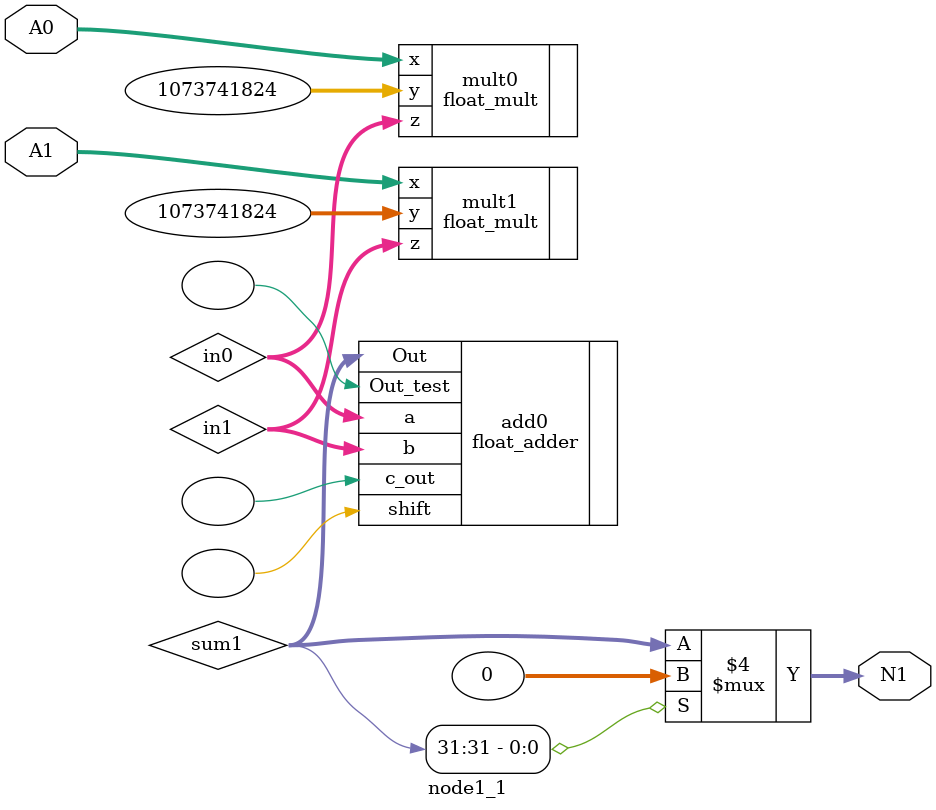
<source format=v>
module node1_1(A0,A1,N1);
	input [31:0] A0;
	input [31:0] A1;
	output [31:0] N1;    //...187 A
	
	reg [31:0] N1;

	parameter [31:0] W0=32'b01000000000000000000000000000000;   
	parameter [31:0] W1=32'b01000000000000000000000000000000;   //...187 W 
	wire [31:0] in0;
	wire [31:0] in1;    //...187 in
	wire [31:0] sum1;

	float_mult mult0(     
		.x(A0),
		.y(W0),
		.z(in0),
		); 
		
	float_mult mult1(     
		.x(A1),
		.y(W1),
		.z(in1),
		);                    //...187 mults
		


	float_adder add0(
		.a(in0),
		.b(in1),
		.Out(sum1),                 
		.Out_test(),
		.shift(),
		.c_out(),
		);                       //...187 adders

always@(*)
	begin
		if(sum1[31]==0)
			N1=sum1;
		else
			N1=32'd0;
	end
endmodule 
</source>
